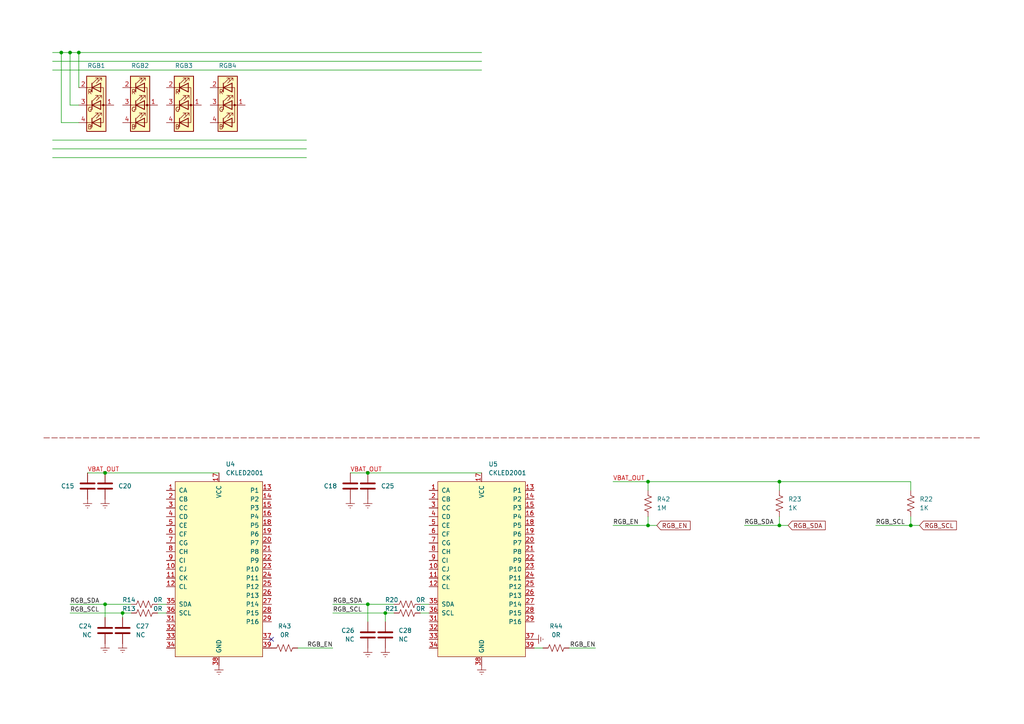
<source format=kicad_sch>
(kicad_sch (version 20230121) (generator eeschema)
  (paper "A4")
  (lib_symbols
    (symbol "Device:C" (pin_numbers hide) (pin_names (offset 0.254))
      (property "Reference" "C" (at 0.635 2.54 0))
      (property "Value" "C" (at 0.635 -2.54 0))
      (symbol "C_0_1"
        (polyline (pts (xy -2.032 -0.762) (xy 2.032 -0.762)) (stroke (width 0.508)))
        (polyline (pts (xy -2.032 0.762) (xy 2.032 0.762)) (stroke (width 0.508)))
      )
      (symbol "C_1_1"
        (pin passive line (at 0 3.81 270) (length 2.794) (name "~") (number "1"))
        (pin passive line (at 0 -3.81 90) (length 2.794) (name "~") (number "2"))
      )
    )
    (symbol "Device:LED_ARGB" (pin_names (offset 0) hide)
      (property "Reference" "D" (at 0 9.398 0))
      (property "Value" "LED_ARGB" (at 0 -8.89 0))
      (symbol "LED_ARGB_0_0"
        (text "B" (at -1.905 -6.35 0) (effects (font (size 1.27 1.27))))
        (text "G" (at -1.905 -1.27 0) (effects (font (size 1.27 1.27))))
        (text "R" (at -1.905 3.81 0) (effects (font (size 1.27 1.27))))
      )
      (symbol "LED_ARGB_0_1"
        (polyline (pts (xy -1.27 -5.08) (xy -2.54 -5.08)))
        (polyline (pts (xy -1.27 -5.08) (xy 1.27 -5.08)))
        (polyline (pts (xy -1.27 -3.81) (xy -1.27 -6.35)) (stroke (width 0.254)))
        (polyline (pts (xy -1.27 0) (xy -2.54 0)))
        (polyline (pts (xy -1.27 1.27) (xy -1.27 -1.27)) (stroke (width 0.254)))
        (polyline (pts (xy -1.27 5.08) (xy -2.54 5.08)))
        (polyline (pts (xy -1.27 5.08) (xy 1.27 5.08)))
        (polyline (pts (xy -1.27 6.35) (xy -1.27 3.81)) (stroke (width 0.254)))
        (polyline (pts (xy 1.27 0) (xy -1.27 0)))
        (polyline (pts (xy 1.27 0) (xy 2.54 0)))
        (polyline (pts (xy -1.27 1.27) (xy -1.27 -1.27) (xy -1.27 -1.27)))
        (polyline (pts (xy -1.27 6.35) (xy -1.27 3.81) (xy -1.27 3.81)))
        (polyline (pts (xy 1.27 -5.08) (xy 2.032 -5.08) (xy 2.032 5.08) (xy 1.27 5.08)))
        (polyline (pts (xy 1.27 -3.81) (xy 1.27 -6.35) (xy -1.27 -5.08) (xy 1.27 -3.81)) (stroke (width 0.254)))
        (polyline (pts (xy 1.27 1.27) (xy 1.27 -1.27) (xy -1.27 0) (xy 1.27 1.27)) (stroke (width 0.254)))
        (polyline (pts (xy 1.27 6.35) (xy 1.27 3.81) (xy -1.27 5.08) (xy 1.27 6.35)) (stroke (width 0.254)))
        (polyline (pts (xy -1.016 -3.81) (xy 0.508 -2.286) (xy -0.254 -2.286) (xy 0.508 -2.286) (xy 0.508 -3.048)))
        (polyline (pts (xy -1.016 1.27) (xy 0.508 2.794) (xy -0.254 2.794) (xy 0.508 2.794) (xy 0.508 2.032)))
        (polyline (pts (xy -1.016 6.35) (xy 0.508 7.874) (xy -0.254 7.874) (xy 0.508 7.874) (xy 0.508 7.112)))
        (polyline (pts (xy 0 -3.81) (xy 1.524 -2.286) (xy 0.762 -2.286) (xy 1.524 -2.286) (xy 1.524 -3.048)))
        (polyline (pts (xy 0 1.27) (xy 1.524 2.794) (xy 0.762 2.794) (xy 1.524 2.794) (xy 1.524 2.032)))
        (polyline (pts (xy 0 6.35) (xy 1.524 7.874) (xy 0.762 7.874) (xy 1.524 7.874) (xy 1.524 7.112)))
        (rectangle (start 1.27 -1.27) (end 1.27 1.27))
        (rectangle (start 1.27 1.27) (end 1.27 1.27))
        (rectangle (start 1.27 3.81) (end 1.27 6.35))
        (rectangle (start 1.27 6.35) (end 1.27 6.35))
        (circle (center 2.032 0) (radius 0.254) (fill (type outline)))
        (rectangle (start 2.794 8.382) (end -2.794 -7.62) (stroke (width 0.254)) (fill (type background)))
      )
      (symbol "LED_ARGB_1_1"
        (pin passive line (at 5.08 0 180) (length 2.54) (name "A") (number "1"))
        (pin passive line (at -5.08 5.08 0) (length 2.54) (name "RK") (number "2"))
        (pin passive line (at -5.08 0 0) (length 2.54) (name "GK") (number "3"))
        (pin passive line (at -5.08 -5.08 0) (length 2.54) (name "BK") (number "4"))
      )
    )
    (symbol "Device:R_US" (pin_numbers hide) (pin_names (offset 0))
      (property "Reference" "R" (at 2.54 0 90))
      (property "Value" "R_US" (at -2.54 0 90))
      (symbol "R_US_0_1"
        (polyline (pts (xy 0 -2.286) (xy 0 -2.54)))
        (polyline (pts (xy 0 2.286) (xy 0 2.54)))
        (polyline (pts (xy 0 -0.762) (xy 1.016 -1.143) (xy 0 -1.524) (xy -1.016 -1.905) (xy 0 -2.286)))
        (polyline (pts (xy 0 0.762) (xy 1.016 0.381) (xy 0 0) (xy -1.016 -0.381) (xy 0 -0.762)))
        (polyline (pts (xy 0 2.286) (xy 1.016 1.905) (xy 0 1.524) (xy -1.016 1.143) (xy 0 0.762)))
      )
      (symbol "R_US_1_1"
        (pin passive line (at 0 3.81 270) (length 1.27) (name "~") (number "1"))
        (pin passive line (at 0 -3.81 90) (length 1.27) (name "~") (number "2"))
      )
    )
    (symbol "Keychron:CKLED2001" (pin_names (offset 1.016))
      (property "Reference" "U" (at 2.54 -29.21 0))
      (property "Value" "CKLED2001" (at 2.54 -26.67 0))
      (symbol "CKLED2001_0_1"
        (rectangle (start -12.7 25.4) (end 12.7 -25.4) (fill (type background)))
      )
      (symbol "CKLED2001_1_1"
        (pin output line (at -15.24 22.86 0) (length 2.54) (name "CA") (number "1"))
        (pin output line (at -15.24 0 0) (length 2.54) (name "CJ") (number "10"))
        (pin output line (at -15.24 -2.54 0) (length 2.54) (name "CK") (number "11"))
        (pin output line (at -15.24 -5.08 0) (length 2.54) (name "CL") (number "12"))
        (pin output line (at 15.24 22.86 180) (length 2.54) (name "P1") (number "13"))
        (pin output line (at 15.24 20.32 180) (length 2.54) (name "P2") (number "14"))
        (pin output line (at 15.24 17.78 180) (length 2.54) (name "P3") (number "15"))
        (pin output line (at 15.24 15.24 180) (length 2.54) (name "P4") (number "16"))
        (pin power_in line (at 0 27.94 270) (length 2.54) (name "VCC") (number "17"))
        (pin output line (at 15.24 12.7 180) (length 2.54) (name "P5") (number "18"))
        (pin output line (at 15.24 10.16 180) (length 2.54) (name "P6") (number "19"))
        (pin output line (at -15.24 20.32 0) (length 2.54) (name "CB") (number "2"))
        (pin output line (at 15.24 7.62 180) (length 2.54) (name "P7") (number "20"))
        (pin output line (at 15.24 5.08 180) (length 2.54) (name "P8") (number "21"))
        (pin output line (at 15.24 2.54 180) (length 2.54) (name "P9") (number "22"))
        (pin output line (at 15.24 0 180) (length 2.54) (name "P10") (number "23"))
        (pin output line (at 15.24 -2.54 180) (length 2.54) (name "P11") (number "24"))
        (pin output line (at 15.24 -5.08 180) (length 2.54) (name "P12") (number "25"))
        (pin output line (at 15.24 -7.62 180) (length 2.54) (name "P13") (number "26"))
        (pin output line (at 15.24 -10.16 180) (length 2.54) (name "P14") (number "27"))
        (pin output line (at 15.24 -12.7 180) (length 2.54) (name "P15") (number "28"))
        (pin output line (at 15.24 -15.24 180) (length 2.54) (name "P16") (number "29"))
        (pin output line (at -15.24 17.78 0) (length 2.54) (name "CC") (number "3"))
        (pin power_in line (at 0 -27.94 90) (length 2.54) hide (name "GND") (number "30"))
        (pin input line (at -15.24 -15.24 0) (length 2.54) (name "") (number "31"))
        (pin input line (at -15.24 -17.78 0) (length 2.54) (name "") (number "32"))
        (pin input line (at -15.24 -20.32 0) (length 2.54) (name "") (number "33"))
        (pin input line (at -15.24 -22.86 0) (length 2.54) (name "") (number "34"))
        (pin input line (at -15.24 -10.16 0) (length 2.54) (name "SDA") (number "35"))
        (pin input line (at -15.24 -12.7 0) (length 2.54) (name "SCL") (number "36"))
        (pin input line (at 15.24 -20.32 180) (length 2.54) (name "") (number "37"))
        (pin power_in line (at 0 -27.94 90) (length 2.54) (name "GND") (number "38"))
        (pin input line (at 15.24 -22.86 180) (length 2.54) (name "") (number "39"))
        (pin output line (at -15.24 15.24 0) (length 2.54) (name "CD") (number "4"))
        (pin power_in line (at 0 27.94 270) (length 2.54) hide (name "VCC") (number "40"))
        (pin output line (at -15.24 12.7 0) (length 2.54) (name "CE") (number "5"))
        (pin output line (at -15.24 10.16 0) (length 2.54) (name "CF") (number "6"))
        (pin output line (at -15.24 7.62 0) (length 2.54) (name "CG") (number "7"))
        (pin output line (at -15.24 5.08 0) (length 2.54) (name "CH") (number "8"))
        (pin output line (at -15.24 2.54 0) (length 2.54) (name "CI") (number "9"))
      )
    )
    (symbol "power:GNDREF" (power) (pin_names (offset 0))
      (property "Value" "GNDREF" (at 0 -3.81 0))
      (symbol "GNDREF_0_1"
        (polyline (pts (xy -0.635 -1.905) (xy 0.635 -1.905)))
        (polyline (pts (xy -0.127 -2.54) (xy 0.127 -2.54)))
        (polyline (pts (xy 0 -1.27) (xy 0 0)))
        (polyline (pts (xy 1.27 -1.27) (xy -1.27 -1.27)))
      )
      (symbol "GNDREF_1_1"
        (pin power_in line (at 0 0 270) (length 0) hide (name "GNDREF") (number "1"))
      )
    )
  )
  (junction (at 187.96 152.4))
  (junction (at 30.48 137.16))
  (junction (at 106.68 137.16))
  (junction (at 106.68 175.26))
  (junction (at 226.06 152.4))
  (junction (at 111.76 177.8))
  (junction (at 22.86 15.24))
  (junction (at 20.32 15.24))
  (junction (at 187.96 139.7))
  (junction (at 264.16 152.4))
  (junction (at 30.48 175.26))
  (junction (at 35.56 177.8))
  (junction (at 226.06 139.7))
  (junction (at 17.78 15.24))
  (no_connect (at 78.74 185.42))
  (wire (pts (xy 63.5 137.16) (xy 30.48 137.16)))
  (wire (pts (xy 187.96 139.7) (xy 226.06 139.7)))
  (wire (pts (xy 264.16 139.7) (xy 264.16 142.24)))
  (wire (pts (xy 226.06 139.7) (xy 226.06 142.24)))
  (wire (pts (xy 101.6 137.16) (xy 106.68 137.16)))
  (wire (pts (xy 20.32 30.48) (xy 22.86 30.48)))
  (wire (pts (xy 106.68 175.26) (xy 106.68 180.34)))
  (wire (pts (xy 86.36 187.96) (xy 96.52 187.96)))
  (wire (pts (xy 264.16 149.86) (xy 264.16 152.4)))
  (wire (pts (xy 35.56 177.8) (xy 38.1 177.8)))
  (wire (pts (xy 35.56 177.8) (xy 35.56 179.07)))
  (polyline (pts (xy 12.7 127) (xy 284.48 127)) (stroke (width 0) (type dash) (color 132 0 0 1)))
  (wire (pts (xy 106.68 175.26) (xy 114.3 175.26)))
  (wire (pts (xy 264.16 152.4) (xy 266.7 152.4)))
  (wire (pts (xy 30.48 137.16) (xy 25.4 137.16)))
  (wire (pts (xy 226.06 149.86) (xy 226.06 152.4)))
  (wire (pts (xy 96.52 175.26) (xy 106.68 175.26)))
  (wire (pts (xy 187.96 152.4) (xy 190.5 152.4)))
  (wire (pts (xy 215.9 152.4) (xy 226.06 152.4)))
  (wire (pts (xy 30.48 175.26) (xy 38.1 175.26)))
  (wire (pts (xy 177.8 139.7) (xy 187.96 139.7)))
  (wire (pts (xy 157.48 187.96) (xy 154.94 187.96)))
  (wire (pts (xy 20.32 15.24) (xy 20.32 30.48)))
  (wire (pts (xy 15.24 17.78) (xy 139.7 17.78)))
  (wire (pts (xy 187.96 139.7) (xy 187.96 142.24)))
  (wire (pts (xy 45.72 175.26) (xy 48.26 175.26)))
  (wire (pts (xy 111.76 177.8) (xy 111.76 180.34)))
  (wire (pts (xy 121.92 177.8) (xy 124.46 177.8)))
  (wire (pts (xy 187.96 149.86) (xy 187.96 152.4)))
  (wire (pts (xy 20.32 15.24) (xy 22.86 15.24)))
  (wire (pts (xy 15.24 40.64) (xy 88.9 40.64)))
  (wire (pts (xy 30.48 175.26) (xy 30.48 179.07)))
  (wire (pts (xy 165.1 187.96) (xy 172.72 187.96)))
  (wire (pts (xy 96.52 177.8) (xy 111.76 177.8)))
  (wire (pts (xy 121.92 175.26) (xy 124.46 175.26)))
  (wire (pts (xy 226.06 152.4) (xy 228.6 152.4)))
  (wire (pts (xy 111.76 177.8) (xy 114.3 177.8)))
  (wire (pts (xy 226.06 139.7) (xy 264.16 139.7)))
  (wire (pts (xy 254 152.4) (xy 264.16 152.4)))
  (wire (pts (xy 106.68 137.16) (xy 139.7 137.16)))
  (wire (pts (xy 20.32 177.8) (xy 35.56 177.8)))
  (wire (pts (xy 17.78 15.24) (xy 20.32 15.24)))
  (wire (pts (xy 15.24 15.24) (xy 17.78 15.24)))
  (wire (pts (xy 22.86 15.24) (xy 22.86 25.4)))
  (wire (pts (xy 17.78 35.56) (xy 22.86 35.56)))
  (wire (pts (xy 22.86 15.24) (xy 139.7 15.24)))
  (wire (pts (xy 177.8 152.4) (xy 187.96 152.4)))
  (wire (pts (xy 15.24 43.18) (xy 88.9 43.18)))
  (wire (pts (xy 45.72 177.8) (xy 48.26 177.8)))
  (wire (pts (xy 17.78 15.24) (xy 17.78 35.56)))
  (wire (pts (xy 20.32 175.26) (xy 30.48 175.26)))
  (wire (pts (xy 15.24 45.72) (xy 88.9 45.72)))
  (wire (pts (xy 15.24 20.32) (xy 139.7 20.32)))
  (label "RGB_EN" (at 177.8 152.4 0))
  (label "RGB_SCL" (at 254 152.4 0))
  (label "RGB_SCL" (at 20.32 177.8 0))
  (label "RGB_SDA" (at 96.52 175.26 0))
  (label "RGB_EN" (at 172.72 187.96 180))
  (label "RGB_SDA" (at 215.9 152.4 0))
  (label "RGB_EN" (at 96.52 187.96 180))
  (label "VBAT_OUT" (at 177.8 139.7 0))
  (label "RGB_SDA" (at 20.32 175.26 0))
  (label "VBAT_OUT" (at 25.4 137.16 0))
  (label "RGB_SCL" (at 96.52 177.8 0))
  (label "VBAT_OUT" (at 101.6 137.16 0))
  (global_label "RGB_SDA" (shape input) (at 228.6 152.4 0) (property "Intersheetrefs" "${INTERSHEET_REFS}" (effects hide)))
  (global_label "RGB_SCL" (shape input) (at 266.7 152.4 0) (property "Intersheetrefs" "${INTERSHEET_REFS}" (effects hide)))
  (global_label "RGB_EN" (shape input) (at 190.5 152.4 0) (property "Intersheetrefs" "${INTERSHEET_REFS}" (effects hide)))
  (symbol (lib_id "Device:C") (at 25.4 140.97 0) (unit 1)
    (property "Reference" "C15" (at 21.59 140.97 0) (effects (justify right)))
    (property "Value" "C" (effects hide))
  )
  (symbol (lib_id "Device:LED_ARGB") (at 27.94 30.48 0) (unit 1)
    (property "Reference" "RGB1" (at 27.94 19.05 0))
    (property "Value" "LED_ARGB" (effects hide))
  )
  (symbol (lib_id "power:GNDREF") (at 35.56 186.69 0) (unit 1)
    (property "Reference" "#PWR06" (effects hide))
    (property "Value" "GNDREF" (effects hide))
    (instances (project "K3PRO" (path "" (reference "#PWR06") (unit 1)) (path "" (reference "#PWR09") (unit 1)) (path "" (reference "#PWR030") (unit 1))))
  )
  (symbol (lib_id "Device:C") (at 106.68 140.97 0) (unit 1)
    (property "Reference" "C25" (at 110.49 140.97 0) (effects (justify left)))
    (property "Value" "C" (effects hide))
  )
  (symbol (lib_id "power:GNDREF") (at 154.94 185.42 90) (unit 1)
    (property "Reference" "#PWR06" (effects hide))
    (property "Value" "GNDREF" (effects hide))
    (instances (project "K3PRO" (path "" (reference "#PWR06") (unit 1)) (path "" (reference "#PWR09") (unit 1)) (path "" (reference "#PWR041") (unit 1))))
  )
  (symbol (lib_id "Keychron:CKLED2001") (at 63.5 165.1 0) (unit 1)
    (property "Reference" "U4" (at 65.4559 134.62 0) (effects (justify left)))
    (property "Value" "CKLED2001" (at 65.4559 137.16 0) (effects (justify left)))
    (property "Footprint" "Package_DFN_QFN:QFN-40-1EP_5x5mm_P0.4mm_EP3.6x3.6mm" (effects hide))
    (instances (project "K3PRO" (path "" (reference "U4") (unit 1)) (path "" (reference "U2") (unit 1))))
  )
  (symbol (lib_id "Device:C") (at 101.6 140.97 0) (unit 1)
    (property "Reference" "C18" (at 97.79 140.97 0) (effects (justify right)))
    (property "Value" "C" (effects hide))
  )
  (symbol (lib_id "Device:R_US") (at 118.11 175.26 90) (unit 1)
    (property "Reference" "R20" (at 115.57 173.99 90) (effects (justify left)))
    (property "Value" "0R" (at 120.65 173.99 90) (effects (justify right)))
  )
  (symbol (lib_id "Device:R_US") (at 187.96 146.05 0) (unit 1)
    (property "Reference" "R42" (at 190.5 144.78 0) (effects (justify left)))
    (property "Value" "1M" (at 190.5 147.32 0) (effects (justify left)))
  )
  (symbol (lib_id "Device:LED_ARGB") (at 66.04 30.48 0) (unit 1)
    (property "Reference" "RGB4" (at 66.04 19.05 0))
    (property "Value" "LED_ARGB" (effects hide))
  )
  (symbol (lib_id "Device:LED_ARGB") (at 40.64 30.48 0) (unit 1)
    (property "Reference" "RGB2" (at 40.64 19.05 0))
    (property "Value" "LED_ARGB" (effects hide))
  )
  (symbol (lib_id "Device:R_US") (at 226.06 146.05 180) (unit 1)
    (property "Reference" "R23" (at 228.6 144.78 0) (effects (justify right)))
    (property "Value" "1K" (at 228.6 147.32 0) (effects (justify right)))
  )
  (symbol (lib_id "Device:R_US") (at 41.91 177.8 90) (unit 1)
    (property "Reference" "R13" (at 39.37 176.53 90) (effects (justify left)))
    (property "Value" "0R" (at 44.45 176.53 90) (effects (justify right)))
  )
  (symbol (lib_id "power:GNDREF") (at 101.6 144.78 0) (unit 1)
    (property "Reference" "#PWR06" (effects hide))
    (property "Value" "GNDREF" (effects hide))
    (instances (project "K3PRO" (path "" (reference "#PWR06") (unit 1)) (path "" (reference "#PWR09") (unit 1)) (path "" (reference "#PWR035") (unit 1))))
  )
  (symbol (lib_id "power:GNDREF") (at 30.48 186.69 0) (unit 1)
    (property "Reference" "#PWR06" (effects hide))
    (property "Value" "GNDREF" (effects hide))
    (instances (project "K3PRO" (path "" (reference "#PWR06") (unit 1)) (path "" (reference "#PWR09") (unit 1)) (path "" (reference "#PWR029") (unit 1))))
  )
  (symbol (lib_id "Device:C") (at 30.48 182.88 0) (unit 1)
    (property "Reference" "C24" (at 26.67 181.61 0) (effects (justify right)))
    (property "Value" "NC" (at 26.67 184.15 0) (effects (justify right)))
  )
  (symbol (lib_id "Device:C") (at 111.76 184.15 0) (unit 1)
    (property "Reference" "C28" (at 115.57 182.88 0) (effects (justify left)))
    (property "Value" "NC" (at 115.57 185.42 0) (effects (justify left)))
  )
  (symbol (lib_id "Device:C") (at 35.56 182.88 0) (unit 1)
    (property "Reference" "C27" (at 39.37 181.61 0) (effects (justify left)))
    (property "Value" "NC" (at 39.37 184.15 0) (effects (justify left)))
  )
  (symbol (lib_id "Keychron:CKLED2001") (at 139.7 165.1 0) (unit 1)
    (property "Reference" "U5" (at 141.6559 134.62 0) (effects (justify left)))
    (property "Value" "CKLED2001" (at 141.6559 137.16 0) (effects (justify left)))
    (property "Footprint" "Package_DFN_QFN:QFN-40-1EP_5x5mm_P0.4mm_EP3.6x3.6mm" (effects hide))
    (instances (project "K3PRO" (path "" (reference "U5") (unit 1)) (path "" (reference "U3") (unit 1))))
  )
  (symbol (lib_id "Device:R_US") (at 264.16 146.05 0) (unit 1)
    (property "Reference" "R22" (at 266.7 144.78 0) (effects (justify left)))
    (property "Value" "1K" (at 266.7 147.32 0) (effects (justify left)))
  )
  (symbol (lib_id "power:GNDREF") (at 30.48 144.78 0) (unit 1)
    (property "Reference" "#PWR06" (effects hide))
    (property "Value" "GNDREF" (effects hide))
    (instances (project "K3PRO" (path "" (reference "#PWR06") (unit 1)) (path "" (reference "#PWR09") (unit 1)) (path "" (reference "#PWR034") (unit 1))))
  )
  (symbol (lib_id "Device:R_US") (at 41.91 175.26 270) (unit 1)
    (property "Reference" "R14" (at 39.37 173.99 90) (effects (justify right)))
    (property "Value" "0R" (at 44.45 173.99 90) (effects (justify left)))
  )
  (symbol (lib_id "Device:C") (at 106.68 184.15 0) (unit 1)
    (property "Reference" "C26" (at 102.87 182.88 0) (effects (justify right)))
    (property "Value" "NC" (at 102.87 185.42 0) (effects (justify right)))
  )
  (symbol (lib_id "power:GNDREF") (at 63.5 193.04 0) (unit 1)
    (property "Reference" "#PWR06" (effects hide))
    (property "Value" "GNDREF" (effects hide))
    (instances (project "K3PRO" (path "" (reference "#PWR06") (unit 1)) (path "" (reference "#PWR09") (unit 1)) (path "" (reference "#PWR037") (unit 1))))
  )
  (symbol (lib_id "Device:R_US") (at 118.11 177.8 90) (unit 1)
    (property "Reference" "R21" (at 115.57 176.53 90) (effects (justify left)))
    (property "Value" "0R" (at 120.65 176.53 90) (effects (justify right)))
  )
  (symbol (lib_id "Device:R_US") (at 161.29 187.96 90) (unit 1)
    (property "Reference" "R44" (at 161.29 181.61 90))
    (property "Value" "0R" (at 161.29 184.15 90))
  )
  (symbol (lib_id "power:GNDREF") (at 106.68 144.78 0) (unit 1)
    (property "Reference" "#PWR06" (effects hide))
    (property "Value" "GNDREF" (effects hide))
    (instances (project "K3PRO" (path "" (reference "#PWR06") (unit 1)) (path "" (reference "#PWR09") (unit 1)) (path "" (reference "#PWR036") (unit 1))))
  )
  (symbol (lib_id "power:GNDREF") (at 111.76 187.96 0) (unit 1)
    (property "Reference" "#PWR06" (effects hide))
    (property "Value" "GNDREF" (effects hide))
    (instances (project "K3PRO" (path "" (reference "#PWR06") (unit 1)) (path "" (reference "#PWR09") (unit 1)) (path "" (reference "#PWR032") (unit 1))))
  )
  (symbol (lib_id "Device:C") (at 30.48 140.97 0) (unit 1)
    (property "Reference" "C20" (at 34.29 140.97 0) (effects (justify left)))
    (property "Value" "C" (effects hide))
  )
  (symbol (lib_id "power:GNDREF") (at 139.7 193.04 0) (unit 1)
    (property "Reference" "#PWR06" (effects hide))
    (property "Value" "GNDREF" (effects hide))
    (instances (project "K3PRO" (path "" (reference "#PWR06") (unit 1)) (path "" (reference "#PWR09") (unit 1)) (path "" (reference "#PWR038") (unit 1))))
  )
  (symbol (lib_id "Device:R_US") (at 82.55 187.96 90) (unit 1)
    (property "Reference" "R43" (at 82.55 181.61 90))
    (property "Value" "0R" (at 82.55 184.15 90))
  )
  (symbol (lib_id "Device:LED_ARGB") (at 53.34 30.48 0) (unit 1)
    (property "Reference" "RGB3" (at 53.34 19.05 0))
    (property "Value" "LED_ARGB" (effects hide))
  )
  (symbol (lib_id "power:GNDREF") (at 25.4 144.78 0) (unit 1)
    (property "Reference" "#PWR06" (effects hide))
    (property "Value" "GNDREF" (effects hide))
    (instances (project "K3PRO" (path "" (reference "#PWR06") (unit 1)) (path "" (reference "#PWR09") (unit 1)) (path "" (reference "#PWR033") (unit 1))))
  )
  (symbol (lib_id "power:GNDREF") (at 106.68 187.96 0) (unit 1)
    (property "Reference" "#PWR06" (effects hide))
    (property "Value" "GNDREF" (effects hide))
    (instances (project "K3PRO" (path "" (reference "#PWR06") (unit 1)) (path "" (reference "#PWR09") (unit 1)) (path "" (reference "#PWR031") (unit 1))))
  )
)
</source>
